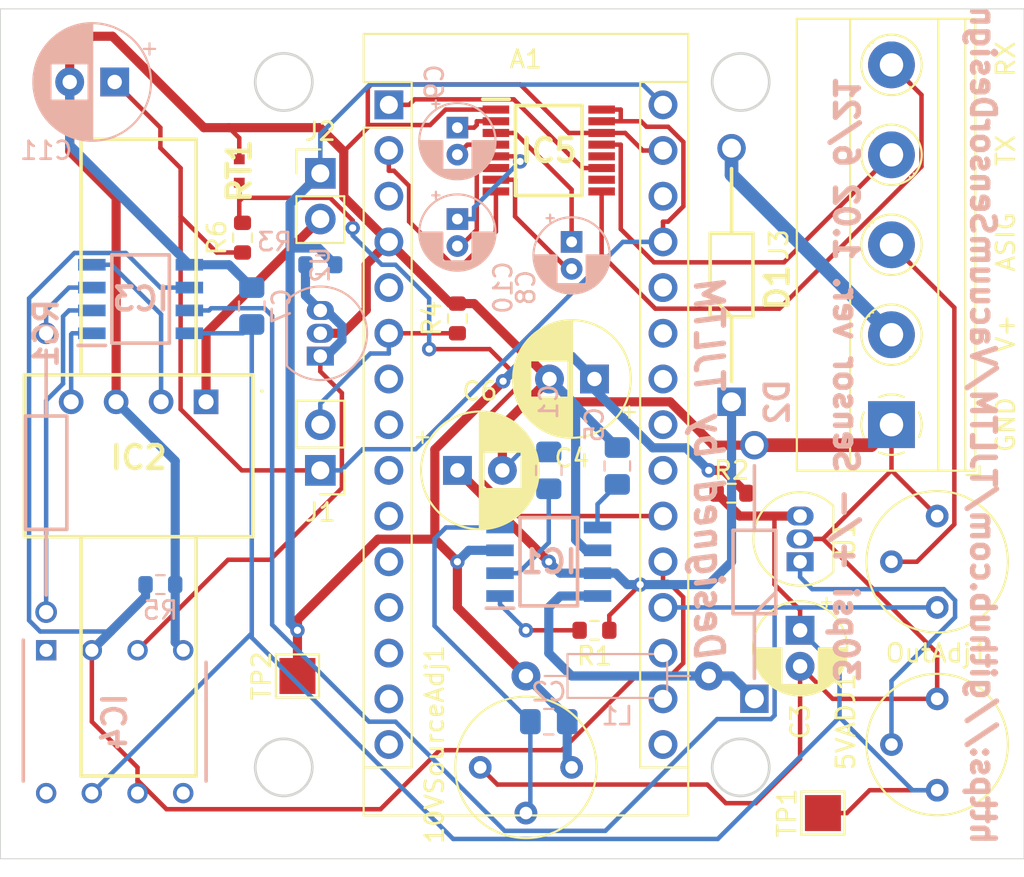
<source format=kicad_pcb>
(kicad_pcb (version 20221018) (generator pcbnew)
  (layers (0 "F.Cu" signal) (31 "B.Cu" signal) (34 "B.Paste" user) (35 "F.Paste" user) (36 "B.SilkS" user "B.Silkscreen") (37 "F.SilkS" user "F.Silkscreen") (38 "B.Mask" user) (39 "F.Mask" user) (44 "Edge.Cuts" user))
  (net 0 "")
  (net 1 "GND")
  (net 2 "Net-(C1-Pad1)")
  (net 3 "+10V")
  (net 4 "+VDC")
  (net 5 "Net-(10VSourceAdj1-Pad2)")
  (net 6 "Net-(IC1-Pad1)")
  (net 7 "Net-(D1-Pad2)")
  (net 8 "Net-(D2-Pad1)")
  (net 9 "Net-(IC2-Pad4)")
  (net 10 "Net-(IC2-Pad2)")
  (net 11 "Net-(IC2-Pad1)")
  (net 12 "+5V")
  (net 13 "Net-(C5-Pad1)")
  (net 14 "Net-(IC4-Pad3)")
  (net 15 "Net-(5VADJ1-Pad2)")
  (net 16 "Net-(A1-Pad27)")
  (net 17 "Net-(A1-Pad6)")
  (net 18 "Net-(A1-Pad20)")
  (net 19 "Net-(A1-Pad19)")
  (net 20 "Net-(A1-Pad2)")
  (net 21 "Net-(A1-Pad1)")
  (net 22 "Net-(C8-Pad2)")
  (net 23 "Net-(C8-Pad1)")
  (net 24 "Net-(C9-Pad2)")
  (net 25 "Net-(C9-Pad1)")
  (net 26 "Net-(C10-Pad2)")
  (net 27 "Net-(C10-Pad1)")
  (net 28 "Net-(IC3-Pad3)")
  (net 29 "Net-(IC3-Pad2)")
  (net 30 "Net-(IC5-Pad13)")
  (net 31 "Net-(IC5-Pad9)")
  (net 32 "Net-(J3-Pad3)")
  (net 33 "Net-(A1-Pad21)")
  (footprint "Capacitor_THT:CP_Radial_D5.0mm_P2.00mm" (layer "F.Cu") (at 120.65 114.3 -90)
    (fp_text reference "C3")
    (fp_text value "1uF")
  )
  (footprint "SamacSys_Parts:24PCDFA6D" (layer "F.Cu") (at 87.63 101.6)
    (fp_text reference "IC2")
    (fp_text value "24PCDFA6D" hide)
  )
  (footprint "Resistor_SMD:R_0603_1608Metric" (layer "F.Cu") (at 116.84 106.68 180)
    (fp_text reference "R2")
    (fp_text value "1k")
  )
  (footprint "Potentiometer_THT:Potentiometer_Bourns_3339P_Vertical" (layer "F.Cu") (at 128.27 123.19)
    (fp_text reference "5VADJ1")
    (fp_text value "20k")
  )
  (footprint "Potentiometer_THT:Potentiometer_Bourns_3339P_Vertical" (layer "F.Cu") (at 128.27 113.03)
    (fp_text reference "OutAdj1")
    (fp_text value "1M")
  )
  (footprint "Package_TO_SOT_THT:TO-92_Inline" (layer "F.Cu") (at 120.65 110.49 90)
    (fp_text reference "U1")
    (fp_text value "TL431LP")
  )
  (footprint "Capacitor_THT:CP_Radial_D6.3mm_P2.50mm" (layer "F.Cu") (at 109.22 100.33 180)
    (fp_text reference "C4")
    (fp_text value "120uf")
  )
  (footprint "Capacitor_THT:CP_Radial_D6.3mm_P2.50mm" (layer "F.Cu") (at 101.6 105.41)
    (fp_text reference "C6")
    (fp_text value "68uF")
  )
  (footprint "Potentiometer_THT:Potentiometer_Bourns_3339P_Vertical" (layer "F.Cu") (at 107.95 121.92 90)
    (fp_text reference "10VSourceAdj1")
    (fp_text value "10k")
  )
  (footprint "SamacSys_Parts:DIOAD1414W86L464D238" (layer "F.Cu") (at 116.84 101.6 90)
    (fp_text reference "D1")
    (fp_text value "1N5817" hide)
  )
  (footprint "Connector_PinHeader_2.54mm:PinHeader_1x02_P2.54mm_Vertical" (layer "F.Cu") (at 93.98 88.9)
    (fp_text reference "J2")
    (fp_text value "Conn_01x02")
  )
  (footprint "TestPoint:TestPoint_Pad_2.0x2.0mm" (layer "F.Cu") (at 92.71 116.84 90)
    (fp_text reference "TP2")
    (fp_text value "TestPoint")
  )
  (footprint "Resistor_SMD:R_0603_1608Metric" (layer "F.Cu") (at 109.22 114.3 180)
    (fp_text reference "R1")
    (fp_text value "10k")
  )
  (footprint "TestPoint:TestPoint_Pad_2.0x2.0mm" (layer "F.Cu") (at 121.92 124.46 90)
    (fp_text reference "TP1")
    (fp_text value "TestPoint")
  )
  (footprint "Module:Arduino_Nano" (layer "F.Cu") (at 97.79 85.09)
    (fp_text reference "A1")
    (fp_text value "Arduino_Nano_v3.x")
  )
  (footprint "SamacSys_Parts:SOP65P640X120-16N" (layer "F.Cu") (at 106.68 87.63)
    (fp_text reference "IC5")
    (fp_text value "SP3220EBEY-L_TR" hide)
  )
  (footprint "Connector_PinHeader_2.54mm:PinHeader_1x02_P2.54mm_Vertical" (layer "F.Cu") (at 93.98 105.41 180)
    (fp_text reference "J1")
    (fp_text value "Conn_01x02")
  )
  (footprint "TerminalBlock_Phoenix:TerminalBlock_Phoenix_MKDS-1,5-5_1x05_P5.00mm_Horizontal" (layer "F.Cu") (at 125.73 102.87 90)
    (fp_text reference "J3")
    (fp_text value "Screw_Terminal_01x05")
  )
  (footprint "Resistor_SMD:R_0603_1608Metric" (layer "F.Cu") (at 101.6 96.965 90)
    (fp_text reference "R4")
    (fp_text value "20k")
  )
  (footprint "Resistor_SMD:R_0603_1608Metric" (layer "F.Cu") (at 89.655 92.475 90)
    (fp_text reference "R6")
    (fp_text value "10k")
  )
  (footprint "SamacSys_Parts:THRMC1005X55N" (layer "F.Cu") (at 89.475 88.77 90)
    (fp_text reference "RT1")
    (fp_text value "NTCSP103JF103FT1S" hide)
  )
  (footprint "Capacitor_SMD:C_0805_2012Metric_Pad1.15x1.40mm_HandSolder" (layer "B.Cu") (at 90.17 96.275 90)
    (fp_text reference "C7")
    (fp_text value "100nF")
  )
  (footprint "SamacSys_Parts:SOIC127P600X175-8N" (layer "B.Cu") (at 83.991 95.885)
    (fp_text reference "IC3")
    (fp_text value "INA849DR" hide)
  )
  (footprint "SamacSys_Parts:DIP794W53P254L959H508Q8N" (layer "B.Cu") (at 82.55 119.38 -90)
    (fp_text reference "IC4")
    (fp_text value "TL071CP" hide)
  )
  (footprint "Resistor_SMD:R_0603_1608Metric" (layer "B.Cu") (at 93.98 93.98 180)
    (fp_text reference "R3")
    (fp_text value "1k")
  )
  (footprint "Resistor_SMD:R_0603_1608Metric" (layer "B.Cu") (at 85.09 111.76)
    (fp_text reference "R5")
    (fp_text value "10M")
  )
  (footprint "Package_TO_SOT_THT:TO-92_Inline" (layer "B.Cu") (at 93.98 99.06 90)
    (fp_text reference "U2")
    (fp_text value "TL431LP")
  )
  (footprint "Capacitor_SMD:C_0805_2012Metric_Pad1.15x1.40mm_HandSolder" (layer "B.Cu") (at 106.68 105.41 90)
    (fp_text reference "C1")
    (fp_text value "0.1uF")
  )
  (footprint "Capacitor_SMD:C_0805_2012Metric_Pad1.15x1.40mm_HandSolder" (layer "B.Cu") (at 106.68 119.38 180)
    (fp_text reference "C2")
    (fp_text value "33nF")
  )
  (footprint "Capacitor_SMD:C_0805_2012Metric_Pad1.15x1.40mm_HandSolder" (layer "B.Cu") (at 110.49 105.165 90)
    (fp_text reference "C5")
    (fp_text value "0.1uF")
  )
  (footprint "SamacSys_Parts:DIOAD1414W86L464D238" (layer "B.Cu") (at 118.11 118.11 90)
    (fp_text reference "D2")
    (fp_text value "1N5817" hide)
  )
  (footprint "SamacSys_Parts:SOIC127P600X175-8N" (layer "B.Cu") (at 106.68 110.49)
    (fp_text reference "IC1")
    (fp_text value "LM2597MX-ADJ_NOPB" hide)
  )
  (footprint "Inductor_THT:L_Axial_L5.3mm_D2.2mm_P10.16mm_Horizontal_Vishay_IM-1" (layer "B.Cu") (at 105.41 116.84)
    (fp_text reference "L1")
    (fp_text value "L")
  )
  (footprint "Capacitor_THT:CP_Radial_D4.0mm_P1.50mm" (layer "B.Cu") (at 107.95 92.71 -90)
    (fp_text reference "C8")
    (fp_text value "0.22uF")
  )
  (footprint "Capacitor_THT:CP_Radial_D4.0mm_P1.50mm" (layer "B.Cu") (at 101.6 86.36 -90)
    (fp_text reference "C9")
    (fp_text value "0.22uF")
  )
  (footprint "Capacitor_THT:CP_Radial_D4.0mm_P1.50mm" (layer "B.Cu") (at 101.6 91.44 -90)
    (fp_text reference "C10")
    (fp_text value "0.22uF")
  )
  (footprint "Capacitor_THT:CP_Radial_D6.3mm_P2.50mm" (layer "B.Cu") (at 82.55 83.82 180)
    (fp_text reference "C11")
    (fp_text value "0.1uF")
  )
  (footprint "SamacSys_Parts:RESAD1550W60L630D230" (layer "B.Cu") (at 78.74 97.79 -90)
    (fp_text reference "RG1")
    (fp_text value "YR1B665RCC" hide)
  )
  (gr_line (start 133.096 127) (end 133.096 79.756) (stroke (width 0.05)) (layer "Edge.Cuts"))
  (gr_line (start 76.2 79.756) (end 133.096 79.756) (stroke (width 0.05)) (layer "Edge.Cuts"))
  (gr_circle (center 91.948 121.92) (end 93.5355 121.92) (stroke (width 0.15)) (fill none) (layer "Edge.Cuts"))
  (gr_circle (center 91.948 83.82) (end 93.53804 83.82) (stroke (width 0.15)) (fill none) (layer "Edge.Cuts"))
  (gr_circle (center 117.348 83.82) (end 118.9355 83.82) (stroke (width 0.15)) (fill none) (layer "Edge.Cuts"))
  (gr_circle (center 117.348 121.92) (end 118.9355 121.92) (stroke (width 0.15)) (fill none) (layer "Edge.Cuts"))
  (gr_line (start 76.2 127) (end 76.2 79.756) (stroke (width 0.05)) (layer "Edge.Cuts"))
  (gr_line (start 76.2 127) (end 133.096 127) (stroke (width 0.05)) (layer "Edge.Cuts"))
  (gr_text "30psi +/- Sensor ver. 1.02 6/21" (at 123.19 100.33 -90) (layer "B.SilkS") (effects (font (size 1.27 1.27) (thickness 0.3)) (justify mirror)))
  (gr_text "Designed by TJLTM" (at 115.57 105.41 270) (layer "B.SilkS") (effects (font (size 1.5 1.5) (thickness 0.3) italic) (justify mirror)))
  (gr_text "https://github.com/TJLTM/VacuumSensorDesign" (at 130.81 102.87 -90) (layer "B.SilkS") (effects (font (size 1.27 1.27) (thickness 0.3)) (justify mirror)))
  (gr_text "ASIG" (at 132.08 92.71 90) (layer "F.SilkS") (effects (font (size 1 1))))
  (gr_text "TX" (at 132.08 87.63 90) (layer "F.SilkS") (effects (font (size 1 1))))
  (gr_text "RX" (at 132.08 82.55 90) (layer "F.SilkS") (effects (font (size 1 1))))
  (gr_text "V+" (at 132.08 97.79 90) (layer "F.SilkS") (effects (font (size 1 1))))
  (gr_text "GND" (at 132.08 102.87 90) (layer "F.SilkS") (effects (font (size 1 1))))
  (segment (start 89.475 86.935) (end 88.9 86.36) (width 0.25) (layer "F.Cu") (net 1))
  (segment (start 82.4272 81.28) (end 87.5072 86.36) (width 0.508) (layer "F.Cu") (net 1))
  (segment (start 121.92 109.22) (end 125.73 105.41) (width 0.25) (layer "F.Cu") (net 1))
  (segment (start 93.98 97.79) (end 95.238 97.79) (width 0.508) (layer "F.Cu") (net 1))
  (segment (start 103.825 122.875) (end 115.488 122.875) (width 0.25) (layer "F.Cu") (net 1))
  (segment (start 97.79 92.71) (end 95.284 90.204) (width 0.508) (layer "F.Cu") (net 1))
  (segment (start 124.59 104.01) (end 125.73 102.87) (width 0.762) (layer "F.Cu") (net 1))
  (segment (start 101.22 96.14) (end 97.79 92.71) (width 0.508) (layer "F.Cu") (net 1))
  (segment (start 96.6208 86.2154) (end 96.6208 84.1559) (width 0.25) (layer "F.Cu") (net 1))
  (segment (start 106.72 100.33) (end 102.53 96.14) (width 0.508) (layer "F.Cu") (net 1))
  (segment (start 118.179 123.91) (end 120.65 121.439) (width 0.25) (layer "F.Cu") (net 1))
  (segment (start 128.27 118.11) (end 122.46 118.11) (width 0.25) (layer "F.Cu") (net 1))
  (segment (start 80.05 83.82) (end 80.05 82.51) (width 0.508) (layer "F.Cu") (net 1))
  (segment (start 115.835 104.01) (end 118.11 104.01) (width 0.508) (layer "F.Cu") (net 1))
  (segment (start 107.789 86.655) (end 109.618 86.655) (width 0.25) (layer "F.Cu") (net 1))
  (segment (start 104.1 105.41) (end 104.1 102.95) (width 0.508) (layer "F.Cu") (net 1))
  (segment (start 80.05 82.51) (end 81.28 81.28) (width 0.508) (layer "F.Cu") (net 1))
  (segment (start 81.28 81.28) (end 82.4272 81.28) (width 0.508) (layer "F.Cu") (net 1))
  (segment (start 104.1 102.95) (end 106.72 100.33) (width 0.508) (layer "F.Cu") (net 1))
  (segment (start 113.03 87.63) (end 111.905 87.63) (width 0.25) (layer "F.Cu") (net 1))
  (segment (start 96.536 93.964) (end 97.79 92.71) (width 0.508) (layer "F.Cu") (net 1))
  (segment (start 102.87 121.92) (end 103.825 122.875) (width 0.25) (layer "F.Cu") (net 1))
  (segment (start 118.11 104.01) (end 124.59 104.01) (width 0.762) (layer "F.Cu") (net 1))
  (segment (start 89.475 88.12) (end 89.475 86.935) (width 0.25) (layer "F.Cu") (net 1))
  (segment (start 96.6208 86.35) (end 96.6208 86.2154) (width 0.25) (layer "F.Cu") (net 1))
  (segment (start 125.73 102.87) (end 125.73 105.41) (width 0.25) (layer "F.Cu") (net 1))
  (segment (start 116.523 123.91) (end 118.179 123.91) (width 0.25) (layer "F.Cu") (net 1))
  (segment (start 100.945 85.355) (end 103.742 85.355) (width 0.25) (layer "F.Cu") (net 1))
  (segment (start 96.6208 86.2154) (end 100.084 86.2154) (width 0.25) (layer "F.Cu") (net 1))
  (segment (start 113.425 101.6) (end 115.835 104.01) (width 0.508) (layer "F.Cu") (net 1))
  (segment (start 93.9572 86.36) (end 95.284 87.6868) (width 0.508) (layer "F.Cu") (net 1))
  (segment (start 80.05 87.67) (end 80.05 83.82) (width 0.508) (layer "F.Cu") (net 1))
  (segment (start 96.6208 84.1559) (end 96.8212 83.9555) (width 0.25) (layer "F.Cu") (net 1))
  (segment (start 82.63 90.25) (end 80.05 87.67) (width 0.508) (layer "F.Cu") (net 1))
  (segment (start 121.92 109.22) (end 120.65 109.22) (width 0.25) (layer "F.Cu") (net 1))
  (segment (start 106.72 100.33) (end 107.99 101.6) (width 0.508) (layer "F.Cu") (net 1))
  (segment (start 110.93 86.655) (end 109.618 86.655) (width 0.25) (layer "F.Cu") (net 1))
  (segment (start 101.6 96.14) (end 101.22 96.14) (width 0.508) (layer "F.Cu") (net 1))
  (segment (start 96.536 96.492) (end 96.536 93.964) (width 0.508) (layer "F.Cu") (net 1))
  (segment (start 87.5072 86.36) (end 88.9 86.36) (width 0.508) (layer "F.Cu") (net 1))
  (segment (start 82.59 101.56) (end 82.63 101.6) (width 0.508) (layer "F.Cu") (net 1))
  (segment (start 122.46 118.11) (end 120.65 116.3) (width 0.25) (layer "F.Cu") (net 1))
  (segment (start 107.99 101.6) (end 113.425 101.6) (width 0.508) (layer "F.Cu") (net 1))
  (segment (start 128.27 115.57) (end 121.92 109.22) (width 0.25) (layer "F.Cu") (net 1))
  (segment (start 88.9 86.36) (end 93.9572 86.36) (width 0.508) (layer "F.Cu") (net 1))
  (segment (start 128.27 118.11) (end 128.27 115.57) (width 0.25) (layer "F.Cu") (net 1))
  (segment (start 82.63 101.6) (end 82.63 90.25) (width 0.508) (layer "F.Cu") (net 1))
  (segment (start 111.905 87.63) (end 110.93 86.655) (width 0.25) (layer "F.Cu") (net 1))
  (segment (start 96.8212 83.9555) (end 105.09 83.9555) (width 0.25) (layer "F.Cu") (net 1))
  (segment (start 120.65 121.439) (end 120.65 116.3) (width 0.25) (layer "F.Cu") (net 1))
  (segment (start 102.53 96.14) (end 101.6 96.14) (width 0.508) (layer "F.Cu") (net 1))
  (segment (start 95.284 87.6868) (end 96.6208 86.35) (width 0.25) (layer "F.Cu") (net 1))
  (segment (start 125.73 105.41) (end 128.27 107.95) (width 0.25) (layer "F.Cu") (net 1))
  (segment (start 95.284 90.204) (end 95.284 87.6868) (width 0.508) (layer "F.Cu") (net 1))
  (segment (start 105.09 83.9555) (end 107.789 86.655) (width 0.25) (layer "F.Cu") (net 1))
  (segment (start 95.238 97.79) (end 96.536 96.492) (width 0.508) (layer "F.Cu") (net 1))
  (segment (start 115.488 122.875) (end 116.523 123.91) (width 0.25) (layer "F.Cu") (net 1))
  (segment (start 100.084 86.2154) (end 100.945 85.355) (width 0.25) (layer "F.Cu") (net 1))
  (segment (start 108.173 101.823) (end 110.49 104.14) (width 0.508) (layer "B.Cu") (net 1))
  (segment (start 110.49 104.1) (end 108.173 101.783) (width 0.25) (layer "B.Cu") (net 1))
  (segment (start 108.173 101.783) (end 108.173 101.823) (width 0.508) (layer "B.Cu") (net 1))
  (segment (start 85.915 111.76) (end 85.915 104.885) (width 0.508) (layer "B.Cu") (net 1))
  (segment (start 106.72 100.33) (end 108.173 101.783) (width 0.508) (layer "B.Cu") (net 1))
  (segment (start 80.05 83.82) (end 80.05 87.328) (width 0.508) (layer "B.Cu") (net 1))
  (segment (start 85.915 104.885) (end 82.63 101.6) (width 0.508) (layer "B.Cu") (net 1))
  (segment (start 108.173 101.783) (end 106.72 100.33) (width 0.25) (layer "B.Cu") (net 1))
  (segment (start 86.702 93.98) (end 88.9 93.98) (width 0.508) (layer "B.Cu") (net 1))
  (segment (start 85.915 111.76) (end 85.915 114.965) (width 0.508) (layer "B.Cu") (net 1))
  (segment (start 108.173 109.273) (end 108.755 109.855) (width 0.508) (layer "B.Cu") (net 1))
  (segment (start 80.05 87.328) (end 86.702 93.98) (width 0.508) (layer "B.Cu") (net 1))
  (segment (start 85.915 114.965) (end 86.36 115.41) (width 0.508) (layer "B.Cu") (net 1))
  (segment (start 106.68 104.385) (end 105.125 104.385) (width 0.25) (layer "B.Cu") (net 1))
  (segment (start 108.173 101.823) (end 108.173 109.273) (width 0.508) (layer "B.Cu") (net 1))
  (segment (start 108.173 101.783) (end 108.173 101.823) (width 0.508) (layer "B.Cu") (net 1))
  (segment (start 108.755 109.855) (end 109.391 109.855) (width 0.508) (layer "B.Cu") (net 1))
  (segment (start 110.49 104.14) (end 110.49 104.1) (width 0.25) (layer "B.Cu") (net 1))
  (segment (start 105.125 104.385) (end 104.1 105.41) (width 0.25) (layer "B.Cu") (net 1))
  (segment (start 88.9 93.98) (end 90.17 95.25) (width 0.508) (layer "B.Cu") (net 1))
  (segment (start 106.68 106.435) (end 106.68 109.428) (width 0.25) (layer "B.Cu") (net 2))
  (segment (start 106.68 109.428) (end 104.983 111.125) (width 0.25) (layer "B.Cu") (net 2))
  (segment (start 104.983 111.125) (end 103.969 111.125) (width 0.25) (layer "B.Cu") (net 2))
  (segment (start 97.1881 109.236) (end 92.71 113.714) (width 0.508) (layer "F.Cu") (net 3))
  (segment (start 100.346 109.236) (end 100.346 104.247) (width 0.508) (layer "F.Cu") (net 3))
  (segment (start 100.346 104.247) (end 104.14 100.453) (width 0.508) (layer "F.Cu") (net 3))
  (segment (start 100.346 109.236) (end 97.1881 109.236) (width 0.508) (layer "F.Cu") (net 3))
  (segment (start 105.41 116.84) (end 101.6 113.03) (width 0.508) (layer "F.Cu") (net 3))
  (segment (start 101.6 113.03) (end 101.6 110.49) (width 0.508) (layer "F.Cu") (net 3))
  (segment (start 116.395 105.41) (end 115.57 105.41) (width 0.508) (layer "F.Cu") (net 3))
  (segment (start 101.6 110.49) (end 100.346 109.236) (width 0.508) (layer "F.Cu") (net 3))
  (segment (start 92.71 114.3) (end 92.71 116.84) (width 0.508) (layer "F.Cu") (net 3))
  (segment (start 92.71 113.714) (end 92.71 114.3) (width 0.508) (layer "F.Cu") (net 3))
  (segment (start 117.665 106.68) (end 116.395 105.41) (width 0.508) (layer "F.Cu") (net 3))
  (via (at 92.71 114.3) (size 0.8) (drill 0.4) (layers "F.Cu" "B.Cu") (net 3))
  (via (at 104.14 100.453) (size 0.8) (drill 0.4) (layers "F.Cu" "B.Cu") (net 3))
  (via (at 101.6 110.49) (size 0.8) (drill 0.4) (layers "F.Cu" "B.Cu") (net 3))
  (via (at 115.57 105.41) (size 0.8) (drill 0.4) (layers "F.Cu" "B.Cu") (net 3))
  (segment (start 107.705 119.135) (end 105.41 116.84) (width 0.508) (layer "B.Cu") (net 3))
  (segment (start 107.705 121.675) (end 107.95 121.92) (width 0.508) (layer "B.Cu") (net 3))
  (segment (start 105.517 99.076) (end 104.14 100.453) (width 0.508) (layer "B.Cu") (net 3))
  (segment (start 92.71 114.3) (end 92.301 113.891) (width 0.508) (layer "B.Cu") (net 3))
  (segment (start 92.301 113.891) (end 92.301 93.119) (width 0.508) (layer "B.Cu") (net 3))
  (segment (start 103.969 109.855) (end 102.235 109.855) (width 0.508) (layer "B.Cu") (net 3))
  (segment (start 92.301 93.119) (end 92.301 90.579) (width 0.508) (layer "B.Cu") (net 3))
  (segment (start 111.905 83.965) (end 96.73 83.965) (width 0.25) (layer "B.Cu") (net 3))
  (segment (start 92.301 90.579) (end 93.98 88.9) (width 0.508) (layer "B.Cu") (net 3))
  (segment (start 102.235 109.855) (end 101.6 110.49) (width 0.508) (layer "B.Cu") (net 3))
  (segment (start 92.369 93.051) (end 92.301 93.119) (width 0.508) (layer "B.Cu") (net 3))
  (segment (start 107.966 99.076) (end 105.517 99.076) (width 0.508) (layer "B.Cu") (net 3))
  (segment (start 109.22 100.33) (end 107.966 99.076) (width 0.508) (layer "B.Cu") (net 3))
  (segment (start 93.876 93.051) (end 92.369 93.051) (width 0.508) (layer "B.Cu") (net 3))
  (segment (start 94.805 93.98) (end 93.876 93.051) (width 0.508) (layer "B.Cu") (net 3))
  (segment (start 112.46 104.156) (end 114.316 104.156) (width 0.508) (layer "B.Cu") (net 3))
  (segment (start 96.73 83.965) (end 93.98 86.715) (width 0.25) (layer "B.Cu") (net 3))
  (segment (start 107.705 119.38) (end 107.705 121.675) (width 0.508) (layer "B.Cu") (net 3))
  (segment (start 109.22 100.33) (end 109.22 100.916) (width 0.508) (layer "B.Cu") (net 3))
  (segment (start 109.22 100.916) (end 112.46 104.156) (width 0.508) (layer "B.Cu") (net 3))
  (segment (start 107.705 119.38) (end 107.705 119.135) (width 0.508) (layer "B.Cu") (net 3))
  (segment (start 113.03 85.09) (end 111.905 83.965) (width 0.25) (layer "B.Cu") (net 3))
  (segment (start 93.98 86.715) (end 93.98 88.9) (width 0.25) (layer "B.Cu") (net 3))
  (segment (start 114.316 104.156) (end 115.57 105.41) (width 0.508) (layer "B.Cu") (net 3))
  (segment (start 110.045 113.475) (end 111.76 111.76) (width 0.25) (layer "F.Cu") (net 4))
  (segment (start 110.045 114.3) (end 110.045 113.475) (width 0.25) (layer "F.Cu") (net 4))
  (segment (start 101.6 105.41) (end 106.68 110.49) (width 0.508) (layer "F.Cu") (net 4))
  (via (at 111.76 111.76) (size 0.8) (drill 0.4) (layers "F.Cu" "B.Cu") (net 4))
  (via (at 106.68 110.49) (size 0.8) (drill 0.4) (layers "F.Cu" "B.Cu") (net 4))
  (segment (start 111.04 111.76) (end 111.76 111.76) (width 0.508) (layer "B.Cu") (net 4))
  (segment (start 115.57 111.76) (end 116.84 110.49) (width 0.508) (layer "B.Cu") (net 4))
  (segment (start 106.68 110.49) (end 107.315 111.125) (width 0.508) (layer "B.Cu") (net 4))
  (segment (start 116.84 110.49) (end 116.84 101.6) (width 0.508) (layer "B.Cu") (net 4))
  (segment (start 110.405 111.125) (end 111.04 111.76) (width 0.508) (layer "B.Cu") (net 4))
  (segment (start 111.76 111.76) (end 115.57 111.76) (width 0.508) (layer "B.Cu") (net 4))
  (segment (start 107.315 111.125) (end 109.391 111.125) (width 0.508) (layer "B.Cu") (net 4))
  (segment (start 109.391 111.125) (end 110.405 111.125) (width 0.508) (layer "B.Cu") (net 4))
  (segment (start 100.965 108.585) (end 100.33 109.22) (width 0.25) (layer "B.Cu") (net 5))
  (segment (start 103.969 108.585) (end 100.965 108.585) (width 0.25) (layer "B.Cu") (net 5))
  (segment (start 100.33 114.055) (end 105.655 119.38) (width 0.25) (layer "B.Cu") (net 5))
  (segment (start 105.655 124.215) (end 105.41 124.46) (width 0.25) (layer "B.Cu") (net 5))
  (segment (start 100.33 109.22) (end 100.33 114.055) (width 0.25) (layer "B.Cu") (net 5))
  (segment (start 105.655 119.38) (end 105.655 124.215) (width 0.25) (layer "B.Cu") (net 5))
  (segment (start 105.41 114.3) (end 108.395 114.3) (width 0.25) (layer "F.Cu") (net 6))
  (segment (start 108.224 114.129) (end 108.395 114.3) (width 0.25) (layer "F.Cu") (net 6))
  (via (at 105.41 114.3) (size 0.8) (drill 0.4) (layers "F.Cu" "B.Cu") (net 6))
  (segment (start 103.969 112.859) (end 105.41 114.3) (width 0.25) (layer "B.Cu") (net 6))
  (segment (start 103.969 112.395) (end 103.969 112.859) (width 0.25) (layer "B.Cu") (net 6))
  (segment (start 116.84 88.98) (end 116.84 87.5) (width 0.762) (layer "B.Cu") (net 7))
  (segment (start 125.73 97.87) (end 116.84 88.98) (width 0.762) (layer "B.Cu") (net 7))
  (segment (start 109.391 112.395) (end 107.315 112.395) (width 0.508) (layer "B.Cu") (net 8))
  (segment (start 115.57 116.84) (end 116.84 116.84) (width 0.508) (layer "B.Cu") (net 8))
  (segment (start 106.68 113.03) (end 106.68 115.57) (width 0.508) (layer "B.Cu") (net 8))
  (segment (start 107.315 112.395) (end 106.68 113.03) (width 0.508) (layer "B.Cu") (net 8))
  (segment (start 106.68 115.57) (end 107.95 116.84) (width 0.508) (layer "B.Cu") (net 8))
  (segment (start 107.95 116.84) (end 115.57 116.84) (width 0.508) (layer "B.Cu") (net 8))
  (segment (start 116.84 116.84) (end 118.11 118.11) (width 0.508) (layer "B.Cu") (net 8))
  (segment (start 80.1907 97.79) (end 81.28 97.79) (width 0.25) (layer "B.Cu") (net 9))
  (segment (start 80.13 101.6) (end 80.13 97.8507) (width 0.25) (layer "B.Cu") (net 9))
  (segment (start 80.13 97.8507) (end 80.1907 97.79) (width 0.25) (layer "B.Cu") (net 9))
  (segment (start 82.3693 93.98) (end 81.28 93.98) (width 0.25) (layer "B.Cu") (net 10))
  (segment (start 85.13 101.6) (end 85.13 96.7407) (width 0.25) (layer "B.Cu") (net 10))
  (segment (start 85.13 96.7407) (end 82.3693 93.98) (width 0.25) (layer "B.Cu") (net 10))
  (segment (start 87.63 97.79) (end 93.98 91.44) (width 0.508) (layer "F.Cu") (net 11))
  (segment (start 87.63 101.6) (end 87.63 97.79) (width 0.508) (layer "F.Cu") (net 11))
  (segment (start 124.515 123.19) (end 123.245 124.46) (width 0.25) (layer "F.Cu") (net 12))
  (segment (start 117.285 107.95) (end 119.224 107.95) (width 0.508) (layer "F.Cu") (net 12))
  (segment (start 123.245 124.46) (end 121.92 124.46) (width 0.25) (layer "F.Cu") (net 12))
  (segment (start 116.015 106.68) (end 117.285 107.95) (width 0.508) (layer "F.Cu") (net 12))
  (segment (start 119.224 107.95) (end 120.65 107.95) (width 0.508) (layer "F.Cu") (net 12))
  (segment (start 120.65 113.175) (end 119.224 111.749) (width 0.25) (layer "F.Cu") (net 12))
  (segment (start 120.65 114.3) (end 120.65 113.175) (width 0.25) (layer "F.Cu") (net 12))
  (segment (start 119.224 111.749) (end 119.224 107.95) (width 0.25) (layer "F.Cu") (net 12))
  (segment (start 128.27 123.19) (end 124.515 123.19) (width 0.25) (layer "F.Cu") (net 12))
  (segment (start 86.702 97.79) (end 89.68 97.79) (width 0.25) (layer "B.Cu") (net 12))
  (segment (start 116.076 125.898) (end 122.842 119.133) (width 0.25) (layer "B.Cu") (net 12))
  (segment (start 90.17 114.46) (end 90.17 97.3) (width 0.25) (layer "B.Cu") (net 12))
  (segment (start 128.27 123.19) (end 126.899 123.19) (width 0.25) (layer "B.Cu") (net 12))
  (segment (start 90.17 114.706) (end 101.363 125.898) (width 0.25) (layer "B.Cu") (net 12))
  (segment (start 89.68 97.79) (end 90.17 97.3) (width 0.25) (layer "B.Cu") (net 12))
  (segment (start 122.842 116.492) (end 120.65 114.3) (width 0.25) (layer "B.Cu") (net 12))
  (segment (start 101.363 125.898) (end 116.076 125.898) (width 0.25) (layer "B.Cu") (net 12))
  (segment (start 81.28 123.35) (end 90.17 114.46) (width 0.25) (layer "B.Cu") (net 12))
  (segment (start 126.899 123.19) (end 122.842 119.133) (width 0.25) (layer "B.Cu") (net 12))
  (segment (start 122.842 119.133) (end 122.842 116.492) (width 0.25) (layer "B.Cu") (net 12))
  (segment (start 90.17 114.46) (end 90.17 114.706) (width 0.25) (layer "B.Cu") (net 12))
  (segment (start 109.391 108.585) (end 109.391 107.289) (width 0.25) (layer "B.Cu") (net 13))
  (segment (start 109.391 107.289) (end 110.49 106.19) (width 0.25) (layer "B.Cu") (net 13))
  (segment (start 93.98 99.06) (end 93.98 99.9103) (width 0.25) (layer "F.Cu") (net 14))
  (segment (start 91.1973 110.378) (end 88.8519 110.378) (width 0.25) (layer "F.Cu") (net 14))
  (segment (start 95.1792 106.396) (end 91.1973 110.378) (width 0.25) (layer "F.Cu") (net 14))
  (segment (start 93.98 99.9103) (end 95.1792 101.11) (width 0.25) (layer "F.Cu") (net 14))
  (segment (start 95.1792 101.11) (end 95.1792 106.396) (width 0.25) (layer "F.Cu") (net 14))
  (segment (start 88.8519 110.378) (end 83.82 115.41) (width 0.25) (layer "F.Cu") (net 14))
  (segment (start 93.155 93.98) (end 93.155 95.695) (width 0.508) (layer "B.Cu") (net 14))
  (segment (start 95.184 98.1955) (end 94.3195 99.06) (width 0.508) (layer "B.Cu") (net 14))
  (segment (start 95.184 97.3845) (end 95.184 98.1955) (width 0.508) (layer "B.Cu") (net 14))
  (segment (start 94.3195 96.52) (end 95.184 97.3845) (width 0.508) (layer "B.Cu") (net 14))
  (segment (start 93.155 95.695) (end 93.98 96.52) (width 0.508) (layer "B.Cu") (net 14))
  (segment (start 94.3195 99.06) (end 93.98 99.06) (width 0.508) (layer "B.Cu") (net 14))
  (segment (start 93.98 96.52) (end 94.3195 96.52) (width 0.508) (layer "B.Cu") (net 14))
  (segment (start 121.322 112.013) (end 120.65 111.34) (width 0.25) (layer "B.Cu") (net 15))
  (segment (start 125.73 117.111) (end 129.265 113.576) (width 0.25) (layer "B.Cu") (net 15))
  (segment (start 120.65 111.34) (end 120.65 110.49) (width 0.25) (layer "B.Cu") (net 15))
  (segment (start 129.265 112.635) (end 128.643 112.013) (width 0.25) (layer "B.Cu") (net 15))
  (segment (start 129.265 113.576) (end 129.265 112.635) (width 0.25) (layer "B.Cu") (net 15))
  (segment (start 125.73 120.65) (end 125.73 117.111) (width 0.25) (layer "B.Cu") (net 15))
  (segment (start 128.643 112.013) (end 121.322 112.013) (width 0.25) (layer "B.Cu") (net 15))
  (segment (start 86.2153 91.2953) (end 86.2153 88.6106) (width 0.25) (layer "F.Cu") (net 16))
  (segment (start 110.681 85.355) (end 109.618 85.355) (width 0.25) (layer "F.Cu") (net 16))
  (segment (start 93.98 105.41) (end 89.6149 105.41) (width 0.25) (layer "F.Cu") (net 16))
  (segment (start 113.03 91.5847) (end 113.311 91.5847) (width 0.25) (layer "F.Cu") (net 16))
  (segment (start 86.2153 88.6106) (end 85.09 87.4853) (width 0.25) (layer "F.Cu") (net 16))
  (segment (start 110.681 86.005) (end 110.681 85.355) (width 0.25) (layer "F.Cu") (net 16))
  (segment (start 88.22 93.3) (end 86.2153 91.2953) (width 0.25) (layer "F.Cu") (net 16))
  (segment (start 86.2153 102.01) (end 86.2153 91.2953) (width 0.25) (layer "F.Cu") (net 16))
  (segment (start 112.109 86.3087) (end 111.805 86.005) (width 0.25) (layer "F.Cu") (net 16))
  (segment (start 113.314 86.3087) (end 112.109 86.3087) (width 0.25) (layer "F.Cu") (net 16))
  (segment (start 85.09 86.36) (end 82.55 83.82) (width 0.25) (layer "F.Cu") (net 16))
  (segment (start 114.163 90.7333) (end 114.163 87.1571) (width 0.25) (layer "F.Cu") (net 16))
  (segment (start 113.03 92.71) (end 113.03 91.5847) (width 0.25) (layer "F.Cu") (net 16))
  (segment (start 89.6149 105.41) (end 86.2153 102.01) (width 0.25) (layer "F.Cu") (net 16))
  (segment (start 113.311 91.5847) (end 114.163 90.7333) (width 0.25) (layer "F.Cu") (net 16))
  (segment (start 111.805 86.005) (end 110.681 86.005) (width 0.25) (layer "F.Cu") (net 16))
  (segment (start 85.09 87.4853) (end 85.09 86.36) (width 0.25) (layer "F.Cu") (net 16))
  (segment (start 89.655 93.3) (end 88.22 93.3) (width 0.25) (layer "F.Cu") (net 16))
  (segment (start 114.163 87.1571) (end 113.314 86.3087) (width 0.25) (layer "F.Cu") (net 16))
  (segment (start 110.681 86.005) (end 109.618 86.005) (width 0.25) (layer "F.Cu") (net 16))
  (segment (start 99.2751 104.235) (end 96.3306 104.235) (width 0.25) (layer "B.Cu") (net 16))
  (segment (start 110.8 92.71) (end 99.2751 104.235) (width 0.25) (layer "B.Cu") (net 16))
  (segment (start 95.1553 105.41) (end 93.98 105.41) (width 0.25) (layer "B.Cu") (net 16))
  (segment (start 96.3306 104.235) (end 95.1553 105.41) (width 0.25) (layer "B.Cu") (net 16))
  (segment (start 113.03 92.71) (end 110.8 92.71) (width 0.25) (layer "B.Cu") (net 16))
  (segment (start 97.79 97.79) (end 101.6 97.79) (width 0.25) (layer "F.Cu") (net 17))
  (segment (start 97.79 97.79) (end 97.79 98.9153) (width 0.25) (layer "B.Cu") (net 17))
  (segment (start 93.98 101.695) (end 93.98 102.87) (width 0.25) (layer "B.Cu") (net 17))
  (segment (start 97.79 98.9153) (end 96.7594 98.9153) (width 0.25) (layer "B.Cu") (net 17))
  (segment (start 96.7594 98.9153) (end 93.98 101.695) (width 0.25) (layer "B.Cu") (net 17))
  (segment (start 97.3269 124.246) (end 100.608 120.965) (width 0.25) (layer "F.Cu") (net 18))
  (segment (start 81.28 115.41) (end 81.28 119.38) (width 0.25) (layer "F.Cu") (net 18))
  (segment (start 85.4306 124.246) (end 97.3269 124.246) (width 0.25) (layer "F.Cu") (net 18))
  (segment (start 113.436 116.84) (end 114.155 116.121) (width 0.25) (layer "F.Cu") (net 18))
  (segment (start 107.407 120.965) (end 111.532 116.84) (width 0.25) (layer "F.Cu") (net 18))
  (segment (start 113.311 111.615) (end 113.03 111.615) (width 0.25) (layer "F.Cu") (net 18))
  (segment (start 114.155 116.121) (end 114.155 112.459) (width 0.25) (layer "F.Cu") (net 18))
  (segment (start 81.28 119.38) (end 83.82 121.92) (width 0.25) (layer "F.Cu") (net 18))
  (segment (start 113.03 111.615) (end 113.03 110.49) (width 0.25) (layer "F.Cu") (net 18))
  (segment (start 83.82 121.92) (end 83.82 122.635) (width 0.25) (layer "F.Cu") (net 18))
  (segment (start 100.608 120.965) (end 107.407 120.965) (width 0.25) (layer "F.Cu") (net 18))
  (segment (start 83.82 122.635) (end 85.4306 124.246) (width 0.25) (layer "F.Cu") (net 18))
  (segment (start 114.155 112.459) (end 113.311 111.615) (width 0.25) (layer "F.Cu") (net 18))
  (segment (start 111.532 116.84) (end 113.436 116.84) (width 0.25) (layer "F.Cu") (net 18))
  (segment (start 83.82 122.635) (end 83.82 123.35) (width 0.25) (layer "F.Cu") (net 18))
  (segment (start 77.7909 95.8499) (end 80.3142 93.3266) (width 0.25) (layer "B.Cu") (net 18))
  (segment (start 84.265 111.76) (end 84.265 112.425) (width 0.508) (layer "B.Cu") (net 18))
  (segment (start 85.0949 95.25) (end 86.702 95.25) (width 0.25) (layer "B.Cu") (net 18))
  (segment (start 78.4072 114.368) (end 77.7909 113.751) (width 0.25) (layer "B.Cu") (net 18))
  (segment (start 84.265 112.425) (end 82.3225 114.368) (width 0.508) (layer "B.Cu") (net 18))
  (segment (start 80.3142 93.3266) (end 83.1715 93.3266) (width 0.25) (layer "B.Cu") (net 18))
  (segment (start 83.1715 93.3266) (end 85.0949 95.25) (width 0.25) (layer "B.Cu") (net 18))
  (segment (start 82.3225 114.368) (end 78.4072 114.368) (width 0.25) (layer "B.Cu") (net 18))
  (segment (start 77.7909 113.751) (end 77.7909 95.8499) (width 0.25) (layer "B.Cu") (net 18))
  (segment (start 82.3225 114.368) (end 81.28 115.41) (width 0.508) (layer "B.Cu") (net 18))
  (segment (start 119.234 119.028) (end 119.234 113.03) (width 0.25) (layer "B.Cu") (net 19))
  (segment (start 109.825 125.448) (end 116.037 119.236) (width 0.25) (layer "B.Cu") (net 19))
  (segment (start 119.026 119.236) (end 119.234 119.028) (width 0.25) (layer "B.Cu") (net 19))
  (segment (start 96.6896 119.38) (end 98.1613 119.38) (width 0.25) (layer "B.Cu") (net 19))
  (segment (start 91.3021 113.992) (end 96.6896 119.38) (width 0.25) (layer "B.Cu") (net 19))
  (segment (start 119.234 113.03) (end 113.03 113.03) (width 0.25) (layer "B.Cu") (net 19))
  (segment (start 86.702 96.52) (end 87.7913 96.52) (width 0.25) (layer "B.Cu") (net 19))
  (segment (start 91.3021 96.8232) (end 91.3021 113.992) (width 0.25) (layer "B.Cu") (net 19))
  (segment (start 87.7913 96.52) (end 87.9138 96.3975) (width 0.25) (layer "B.Cu") (net 19))
  (segment (start 128.27 113.03) (end 119.234 113.03) (width 0.25) (layer "B.Cu") (net 19))
  (segment (start 98.1613 119.38) (end 104.229 125.448) (width 0.25) (layer "B.Cu") (net 19))
  (segment (start 116.037 119.236) (end 119.026 119.236) (width 0.25) (layer "B.Cu") (net 19))
  (segment (start 87.9138 96.3975) (end 90.8764 96.3975) (width 0.25) (layer "B.Cu") (net 19))
  (segment (start 90.8764 96.3975) (end 91.3021 96.8232) (width 0.25) (layer "B.Cu") (net 19))
  (segment (start 104.229 125.448) (end 109.825 125.448) (width 0.25) (layer "B.Cu") (net 19))
  (segment (start 97.79 87.63) (end 97.79 88.7553) (width 0.25) (layer "F.Cu") (net 20))
  (segment (start 103.742 92.1403) (end 103.742 89.905) (width 0.25) (layer "F.Cu") (net 20))
  (segment (start 97.79 88.7553) (end 98.0714 88.7553) (width 0.25) (layer "F.Cu") (net 20))
  (segment (start 98.0714 88.7553) (end 98.9153 89.5992) (width 0.25) (layer "F.Cu") (net 20))
  (segment (start 98.9153 89.5992) (end 98.9153 91.5804) (width 0.25) (layer "F.Cu") (net 20))
  (segment (start 102.013 93.8697) (end 103.742 92.1403) (width 0.25) (layer "F.Cu") (net 20))
  (segment (start 101.205 93.8697) (end 102.013 93.8697) (width 0.25) (layer "F.Cu") (net 20))
  (segment (start 98.9153 91.5804) (end 101.205 93.8697) (width 0.25) (layer "F.Cu") (net 20))
  (segment (start 109.618 88.605) (end 108.555 88.605) (width 0.25) (layer "F.Cu") (net 21))
  (segment (start 98.9153 85.09) (end 97.79 85.09) (width 0.25) (layer "F.Cu") (net 21))
  (segment (start 108.555 88.605) (end 104.737 84.787) (width 0.25) (layer "F.Cu") (net 21))
  (segment (start 99.2183 84.787) (end 98.9153 85.09) (width 0.25) (layer "F.Cu") (net 21))
  (segment (start 104.737 84.787) (end 99.2183 84.787) (width 0.25) (layer "F.Cu") (net 21))
  (segment (start 104.805 89.255) (end 103.742 89.255) (width 0.25) (layer "F.Cu") (net 22))
  (segment (start 107.719 94.21) (end 104.805 91.2961) (width 0.25) (layer "F.Cu") (net 22))
  (segment (start 104.805 91.2961) (end 104.805 89.255) (width 0.25) (layer "F.Cu") (net 22))
  (segment (start 107.95 94.21) (end 107.719 94.21) (width 0.25) (layer "F.Cu") (net 22))
  (segment (start 107.95 89.8002) (end 107.95 92.71) (width 0.25) (layer "F.Cu") (net 23))
  (segment (start 103.742 86.655) (end 104.805 86.655) (width 0.25) (layer "F.Cu") (net 23))
  (segment (start 104.805 86.655) (end 107.95 89.8002) (width 0.25) (layer "F.Cu") (net 23))
  (segment (start 101.6 87.86) (end 102.155 87.305) (width 0.25) (layer "F.Cu") (net 24))
  (segment (start 102.155 87.305) (end 103.742 87.305) (width 0.25) (layer "F.Cu") (net 24))
  (segment (start 101.6 86.36) (end 102.525 86.36) (width 0.25) (layer "F.Cu") (net 25))
  (segment (start 102.679 86.005) (end 103.742 86.005) (width 0.25) (layer "F.Cu") (net 25))
  (segment (start 102.679 86.2061) (end 102.679 86.005) (width 0.25) (layer "F.Cu") (net 25))
  (segment (start 102.525 86.36) (end 102.679 86.2061) (width 0.25) (layer "F.Cu") (net 25))
  (segment (start 102.679 92.0371) (end 102.679 88.605) (width 0.25) (layer "F.Cu") (net 26))
  (segment (start 101.6 92.94) (end 101.776 92.94) (width 0.25) (layer "F.Cu") (net 26))
  (segment (start 101.776 92.94) (end 102.679 92.0371) (width 0.25) (layer "F.Cu") (net 26))
  (segment (start 102.679 88.605) (end 103.742 88.605) (width 0.25) (layer "F.Cu") (net 26))
  (segment (start 103.742 87.955) (end 104.805 87.955) (width 0.25) (layer "F.Cu") (net 27))
  (segment (start 104.805 87.955) (end 105.087 88.2368) (width 0.25) (layer "F.Cu") (net 27))
  (via (at 105.087 88.2368) (size 0.8) (drill 0.4) (layers "F.Cu" "B.Cu") (net 27))
  (segment (start 102.525 90.7981) (end 105.087 88.2368) (width 0.25) (layer "B.Cu") (net 27))
  (segment (start 101.6 91.44) (end 102.525 91.44) (width 0.25) (layer "B.Cu") (net 27))
  (segment (start 102.525 91.44) (end 102.525 90.7981) (width 0.25) (layer "B.Cu") (net 27))
  (segment (start 78.74 96.52) (end 80.01 95.25) (width 0.25) (layer "B.Cu") (net 28))
  (segment (start 80.01 95.25) (end 81.28 95.25) (width 0.25) (layer "B.Cu") (net 28))
  (segment (start 78.74 97.79) (end 78.74 96.52) (width 0.25) (layer "B.Cu") (net 28))
  (segment (start 79.68 100.592) (end 79.68 96.85) (width 0.25) (layer "B.Cu") (net 29))
  (segment (start 80.01 96.52) (end 81.28 96.52) (width 0.25) (layer "B.Cu") (net 29))
  (segment (start 78.74 101.532) (end 79.68 100.592) (width 0.25) (layer "B.Cu") (net 29))
  (segment (start 79.68 96.85) (end 80.01 96.52) (width 0.25) (layer "B.Cu") (net 29))
  (segment (start 78.74 113.29) (end 78.74 101.532) (width 0.25) (layer "B.Cu") (net 29))
  (segment (start 119.752 93.8477) (end 112.531 93.8477) (width 0.25) (layer "F.Cu") (net 30))
  (segment (start 112.531 93.8477) (end 110.681 91.9974) (width 0.25) (layer "F.Cu") (net 30))
  (segment (start 125.73 87.87) (end 119.752 93.8477) (width 0.25) (layer "F.Cu") (net 30))
  (segment (start 110.681 91.9974) (end 110.681 87.305) (width 0.25) (layer "F.Cu") (net 30))
  (segment (start 110.681 87.305) (end 109.618 87.305) (width 0.25) (layer "F.Cu") (net 30))
  (segment (start 127.398 84.5375) (end 127.398 88.5243) (width 0.25) (layer "F.Cu") (net 31))
  (segment (start 119.499 96.423) (end 112.604 96.423) (width 0.25) (layer "F.Cu") (net 31))
  (segment (start 109.618 93.4369) (end 109.618 89.905) (width 0.25) (layer "F.Cu") (net 31))
  (segment (start 127.398 88.5243) (end 119.499 96.423) (width 0.25) (layer "F.Cu") (net 31))
  (segment (start 112.604 96.423) (end 109.618 93.4369) (width 0.25) (layer "F.Cu") (net 31))
  (segment (start 125.73 82.87) (end 127.398 84.5375) (width 0.25) (layer "F.Cu") (net 31))
  (segment (start 129.225 108.408) (end 129.225 96.365) (width 0.25) (layer "F.Cu") (net 32))
  (segment (start 125.73 110.49) (end 127.143 110.49) (width 0.25) (layer "F.Cu") (net 32))
  (segment (start 129.225 96.365) (end 125.73 92.87) (width 0.25) (layer "F.Cu") (net 32))
  (segment (start 127.143 110.49) (end 129.225 108.408) (width 0.25) (layer "F.Cu") (net 32))
  (segment (start 104.9594 107.95) (end 113.03 107.95) (width 0.25) (layer "F.Cu") (net 33))
  (segment (start 95.7791 91.5185) (end 95.7791 91.9358) (width 0.25) (layer "F.Cu") (net 33))
  (segment (start 100.0313 98.6695) (end 103.3915 98.6695) (width 0.25) (layer "F.Cu") (net 33))
  (segment (start 89.475 90.445) (end 89.6598 90.2602) (width 0.25) (layer "F.Cu") (net 33))
  (segment (start 89.475 90.445) (end 89.475 91.47) (width 0.25) (layer "F.Cu") (net 33))
  (segment (start 103.3915 98.6695) (end 104.884 100.162) (width 0.25) (layer "F.Cu") (net 33))
  (segment (start 104.884 100.162) (end 104.884 100.8247) (width 0.25) (layer "F.Cu") (net 33))
  (segment (start 89.6598 90.2602) (end 94.5208 90.2602) (width 0.25) (layer "F.Cu") (net 33))
  (segment (start 104.884 100.8247) (end 102.9649 102.7438) (width 0.25) (layer "F.Cu") (net 33))
  (segment (start 102.9649 105.9555) (end 104.9594 107.95) (width 0.25) (layer "F.Cu") (net 33))
  (segment (start 89.475 91.47) (end 89.655 91.65) (width 0.25) (layer "F.Cu") (net 33))
  (segment (start 94.5208 90.2602) (end 95.7791 91.5185) (width 0.25) (layer "F.Cu") (net 33))
  (segment (start 89.475 89.42) (end 89.475 90.445) (width 0.25) (layer "F.Cu") (net 33))
  (segment (start 102.9649 102.7438) (end 102.9649 105.9555) (width 0.25) (layer "F.Cu") (net 33))
  (via (at 100.0313 98.6695) (size 0.8) (drill 0.4) (layers "F.Cu" "B.Cu") (net 33))
  (via (at 95.7791 91.9358) (size 0.8) (drill 0.4) (layers "F.Cu" "B.Cu") (net 33))
  (segment (start 100.0313 98.6695) (end 100.0313 95.8539) (width 0.25) (layer "B.Cu") (net 33))
  (segment (start 98.1574 93.98) (end 97.3994 93.98) (width 0.25) (layer "B.Cu") (net 33))
  (segment (start 97.3994 93.98) (end 95.7791 92.3597) (width 0.25) (layer "B.Cu") (net 33))
  (segment (start 100.0313 95.8539) (end 98.1574 93.98) (width 0.25) (layer "B.Cu") (net 33))
  (segment (start 95.7791 92.3597) (end 95.7791 91.9358) (width 0.25) (layer "B.Cu") (net 33))
)
</source>
